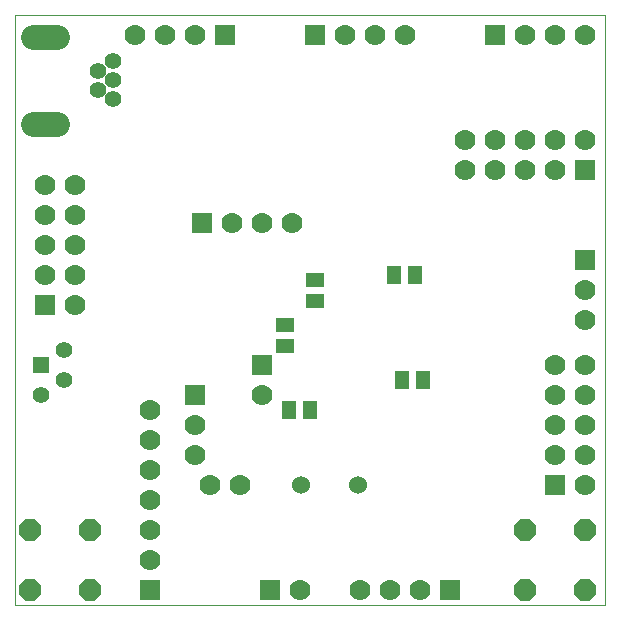
<source format=gbs>
G75*
G70*
%OFA0B0*%
%FSLAX24Y24*%
%IPPOS*%
%LPD*%
%AMOC8*
5,1,8,0,0,1.08239X$1,22.5*
%
%ADD10C,0.0000*%
%ADD11C,0.0600*%
%ADD12C,0.0700*%
%ADD13C,0.0556*%
%ADD14R,0.0556X0.0556*%
%ADD15R,0.0611X0.0493*%
%ADD16R,0.0493X0.0611*%
%ADD17OC8,0.0720*%
%ADD18R,0.0700X0.0700*%
%ADD19C,0.0827*%
D10*
X001481Y000917D02*
X001481Y020602D01*
X021166Y020602D01*
X021166Y000917D01*
X001481Y000917D01*
D11*
X011031Y004917D03*
X012931Y004917D03*
D12*
X009731Y007917D03*
X007481Y006917D03*
X007481Y005917D03*
X007981Y004917D03*
X008981Y004917D03*
X005981Y005417D03*
X005981Y006417D03*
X005981Y007417D03*
X005981Y004417D03*
X005981Y003417D03*
X005981Y002417D03*
X010981Y001417D03*
X012981Y001417D03*
X013981Y001417D03*
X014981Y001417D03*
X019481Y005917D03*
X020481Y005917D03*
X020481Y004917D03*
X020481Y006917D03*
X019481Y006917D03*
X019481Y007917D03*
X019481Y008917D03*
X020481Y008917D03*
X020481Y007917D03*
X020481Y010417D03*
X020481Y011417D03*
X019481Y015417D03*
X019481Y016417D03*
X020481Y016417D03*
X018481Y016417D03*
X018481Y015417D03*
X017481Y015417D03*
X017481Y016417D03*
X016481Y016417D03*
X016481Y015417D03*
X014481Y019917D03*
X013481Y019917D03*
X012481Y019917D03*
X007481Y019917D03*
X006481Y019917D03*
X005481Y019917D03*
X003481Y014917D03*
X003481Y013917D03*
X002481Y013917D03*
X002481Y014917D03*
X002481Y012917D03*
X003481Y012917D03*
X003481Y011917D03*
X003481Y010917D03*
X002481Y011917D03*
X008731Y013667D03*
X009731Y013667D03*
X010731Y013667D03*
X018481Y019917D03*
X019481Y019917D03*
X020481Y019917D03*
D13*
X004761Y019047D03*
X004249Y018732D03*
X004761Y018417D03*
X004249Y018102D03*
X004761Y017787D03*
X003137Y009409D03*
X003137Y008425D03*
X002350Y007932D03*
D14*
X002350Y008917D03*
D15*
X010481Y009562D03*
X010481Y010271D03*
X011481Y011062D03*
X011481Y011771D03*
D16*
X014127Y011917D03*
X014835Y011917D03*
X015085Y008417D03*
X014377Y008417D03*
X011335Y007417D03*
X010627Y007417D03*
D17*
X003981Y003417D03*
X001981Y003417D03*
X001981Y001417D03*
X003981Y001417D03*
X018481Y001417D03*
X020481Y001417D03*
X020481Y003417D03*
X018481Y003417D03*
D18*
X019481Y004917D03*
X015981Y001417D03*
X009981Y001417D03*
X005981Y001417D03*
X007481Y007917D03*
X009731Y008917D03*
X007731Y013667D03*
X002481Y010917D03*
X008481Y019917D03*
X011481Y019917D03*
X017481Y019917D03*
X020481Y015417D03*
X020481Y012417D03*
D19*
X002891Y016960D02*
X002103Y016960D01*
X002103Y019873D02*
X002891Y019873D01*
M02*

</source>
